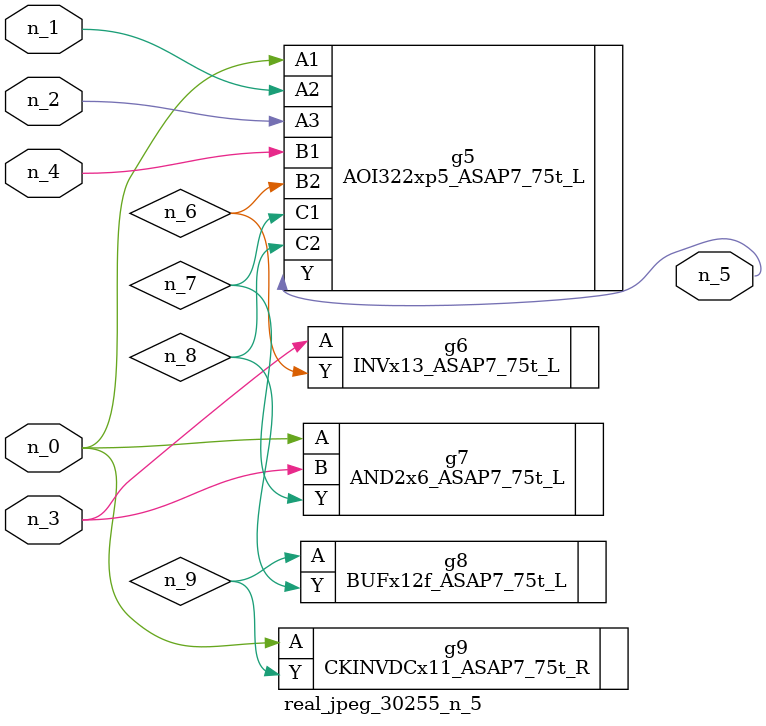
<source format=v>
module real_jpeg_30255_n_5 (n_4, n_0, n_1, n_2, n_3, n_5);

input n_4;
input n_0;
input n_1;
input n_2;
input n_3;

output n_5;

wire n_8;
wire n_6;
wire n_7;
wire n_9;

AOI322xp5_ASAP7_75t_L g5 ( 
.A1(n_0),
.A2(n_1),
.A3(n_2),
.B1(n_4),
.B2(n_6),
.C1(n_7),
.C2(n_8),
.Y(n_5)
);

AND2x6_ASAP7_75t_L g7 ( 
.A(n_0),
.B(n_3),
.Y(n_7)
);

CKINVDCx11_ASAP7_75t_R g9 ( 
.A(n_0),
.Y(n_9)
);

INVx13_ASAP7_75t_L g6 ( 
.A(n_3),
.Y(n_6)
);

BUFx12f_ASAP7_75t_L g8 ( 
.A(n_9),
.Y(n_8)
);


endmodule
</source>
